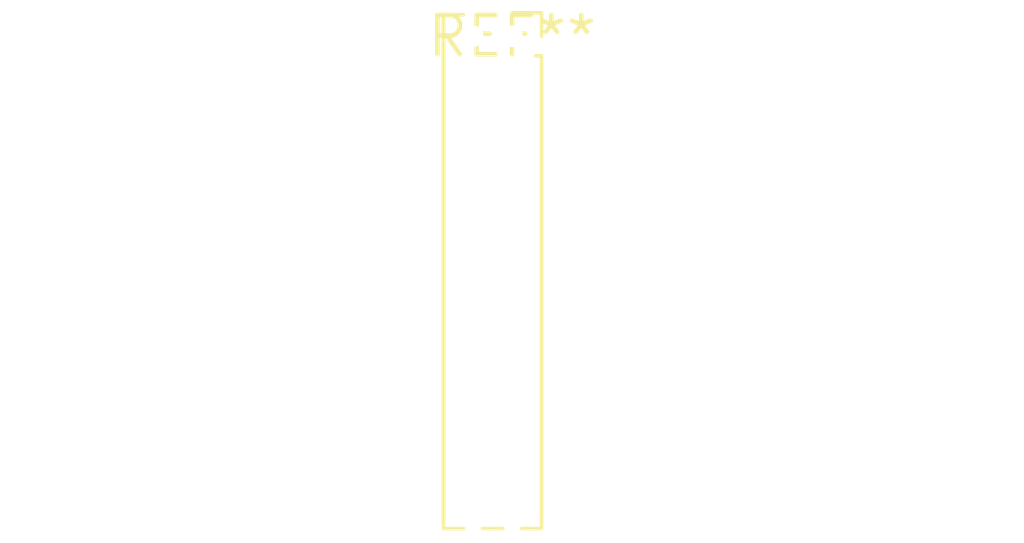
<source format=kicad_pcb>
(kicad_pcb (version 20240108) (generator pcbnew)
  (layers (0 "F.Cu" signal) (31 "B.Cu" signal) (34 "B.Paste" user) (35 "F.Paste" user) (36 "B.SilkS" user "B.Silkscreen") (37 "F.SilkS" user "F.Silkscreen") (38 "B.Mask" user) (39 "F.Mask" user) (44 "Edge.Cuts" user))
  (net 0 "")
  (footprint "PinSocket_2x13_P1.27mm_Vertical" (layer "F.Cu") (at 0 0)
    (property "Reference" "REF**")
    (property "Value" "PinSocket_2x13_P1.27mm_Vertical")
    (fp_line (start -2.22 -0.695) (end -2.22 15.935) (layer "F.SilkS") (stroke (width 0.12)))
    (fp_line (start -2.22 -0.695) (end -1.57753 -0.695) (layer "F.SilkS") (stroke (width 0.12)))
    (fp_line (start -2.22 15.935) (end -1.57753 15.935) (layer "F.SilkS") (stroke (width 0.12)))
    (fp_line (start -0.96247 -0.695) (end -0.76 -0.695) (layer "F.SilkS") (stroke (width 0.12)))
    (fp_line (start -0.96247 15.935) (end -0.30753 15.935) (layer "F.SilkS") (stroke (width 0.12)))
    (fp_line (start 0 -0.76) (end 0.95 -0.76) (layer "F.SilkS") (stroke (width 0.12)))
    (fp_line (start 0.30753 15.935) (end 0.95 15.935) (layer "F.SilkS") (stroke (width 0.12)))
    (fp_line (start 0.76 0.635) (end 0.95 0.635) (layer "F.SilkS") (stroke (width 0.12)))
    (fp_line (start 0.95 -0.76) (end 0.95 0) (layer "F.SilkS") (stroke (width 0.12)))
    (fp_line (start 0.95 0.635) (end 0.95 15.935) (layer "F.SilkS") (stroke (width 0.12)))
    (pad "1" thru_hole rect (at 0 0) (size 1 1) (drill 0.7) (layers *.Cu *.Mask) (remove_unused_layers))
    (pad "2" thru_hole oval (at -1.27 0) (size 1 1) (drill 0.7) (layers *.Cu *.Mask) (remove_unused_layers))
    (pad "3" thru_hole oval (at 0 1.27) (size 1 1) (drill 0.7) (layers *.Cu *.Mask) (remove_unused_layers))
    (pad "4" thru_hole oval (at -1.27 1.27) (size 1 1) (drill 0.7) (layers *.Cu *.Mask) (remove_unused_layers))
    (pad "5" thru_hole oval (at 0 2.54) (size 1 1) (drill 0.7) (layers *.Cu *.Mask) (remove_unused_layers))
    (pad "6" thru_hole oval (at -1.27 2.54) (size 1 1) (drill 0.7) (layers *.Cu *.Mask) (remove_unused_layers))
    (pad "7" thru_hole oval (at 0 3.81) (size 1 1) (drill 0.7) (layers *.Cu *.Mask) (remove_unused_layers))
    (pad "8" thru_hole oval (at -1.27 3.81) (size 1 1) (drill 0.7) (layers *.Cu *.Mask) (remove_unused_layers))
    (pad "9" thru_hole oval (at 0 5.08) (size 1 1) (drill 0.7) (layers *.Cu *.Mask) (remove_unused_layers))
    (pad "10" thru_hole oval (at -1.27 5.08) (size 1 1) (drill 0.7) (layers *.Cu *.Mask) (remove_unused_layers))
    (pad "11" thru_hole oval (at 0 6.35) (size 1 1) (drill 0.7) (layers *.Cu *.Mask) (remove_unused_layers))
    (pad "12" thru_hole oval (at -1.27 6.35) (size 1 1) (drill 0.7) (layers *.Cu *.Mask) (remove_unused_layers))
    (pad "13" thru_hole oval (at 0 7.62) (size 1 1) (drill 0.7) (layers *.Cu *.Mask) (remove_unused_layers))
    (pad "14" thru_hole oval (at -1.27 7.62) (size 1 1) (drill 0.7) (layers *.Cu *.Mask) (remove_unused_layers))
    (pad "15" thru_hole oval (at 0 8.89) (size 1 1) (drill 0.7) (layers *.Cu *.Mask) (remove_unused_layers))
    (pad "16" thru_hole oval (at -1.27 8.89) (size 1 1) (drill 0.7) (layers *.Cu *.Mask) (remove_unused_layers))
    (pad "17" thru_hole oval (at 0 10.16) (size 1 1) (drill 0.7) (layers *.Cu *.Mask) (remove_unused_layers))
    (pad "18" thru_hole oval (at -1.27 10.16) (size 1 1) (drill 0.7) (layers *.Cu *.Mask) (remove_unused_layers))
    (pad "19" thru_hole oval (at 0 11.43) (size 1 1) (drill 0.7) (layers *.Cu *.Mask) (remove_unused_layers))
    (pad "20" thru_hole oval (at -1.27 11.43) (size 1 1) (drill 0.7) (layers *.Cu *.Mask) (remove_unused_layers))
    (pad "21" thru_hole oval (at 0 12.7) (size 1 1) (drill 0.7) (layers *.Cu *.Mask) (remove_unused_layers))
    (pad "22" thru_hole oval (at -1.27 12.7) (size 1 1) (drill 0.7) (layers *.Cu *.Mask) (remove_unused_layers))
    (pad "23" thru_hole oval (at 0 13.97) (size 1 1) (drill 0.7) (layers *.Cu *.Mask) (remove_unused_layers))
    (pad "24" thru_hole oval (at -1.27 13.97) (size 1 1) (drill 0.7) (layers *.Cu *.Mask) (remove_unused_layers))
    (pad "25" thru_hole oval (at 0 15.24) (size 1 1) (drill 0.7) (layers *.Cu *.Mask) (remove_unused_layers))
    (pad "26" thru_hole oval (at -1.27 15.24) (size 1 1) (drill 0.7) (layers *.Cu *.Mask) (remove_unused_layers))
  )
)
</source>
